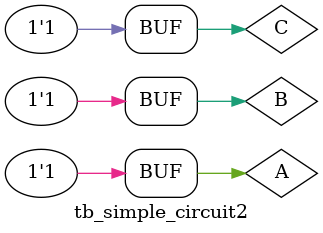
<source format=v>
module tb_simple_circuit2;
reg A, B, C;
wire D;
simple_circuit2 c1(A,B,C,D);

initial
begin
#0 A=0;B=0;C=0;
#5 A=0;B=0;C=1;
#5 A=0;B=1;C=0;
#5 A=0;B=1;C=1;
#5 A=1;B=0;C=0;
#5 A=1;B=0;C=1;
#5 A=1;B=1;C=0;
#5 A=1;B=1;C=1;
#5;
end

initial
begin
$monitor($time, " A=%b, B=%b, C=%b, D=%b", A, B, C, D);   
end
initial
begin
$dumpfile ("simple_circuit2.vcd");
$dumpvars (0, c1);
end
endmodule


</source>
